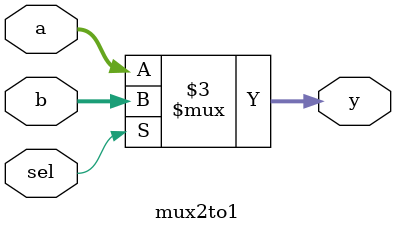
<source format=sv>
module mux2to1 (a, b, sel, y);
	input wire [0:7] a, b;
	input wire sel;
	output [0:7] y;
	always begin
		if(sel) y = b;
		else y = a;
	end
endmodule

</source>
